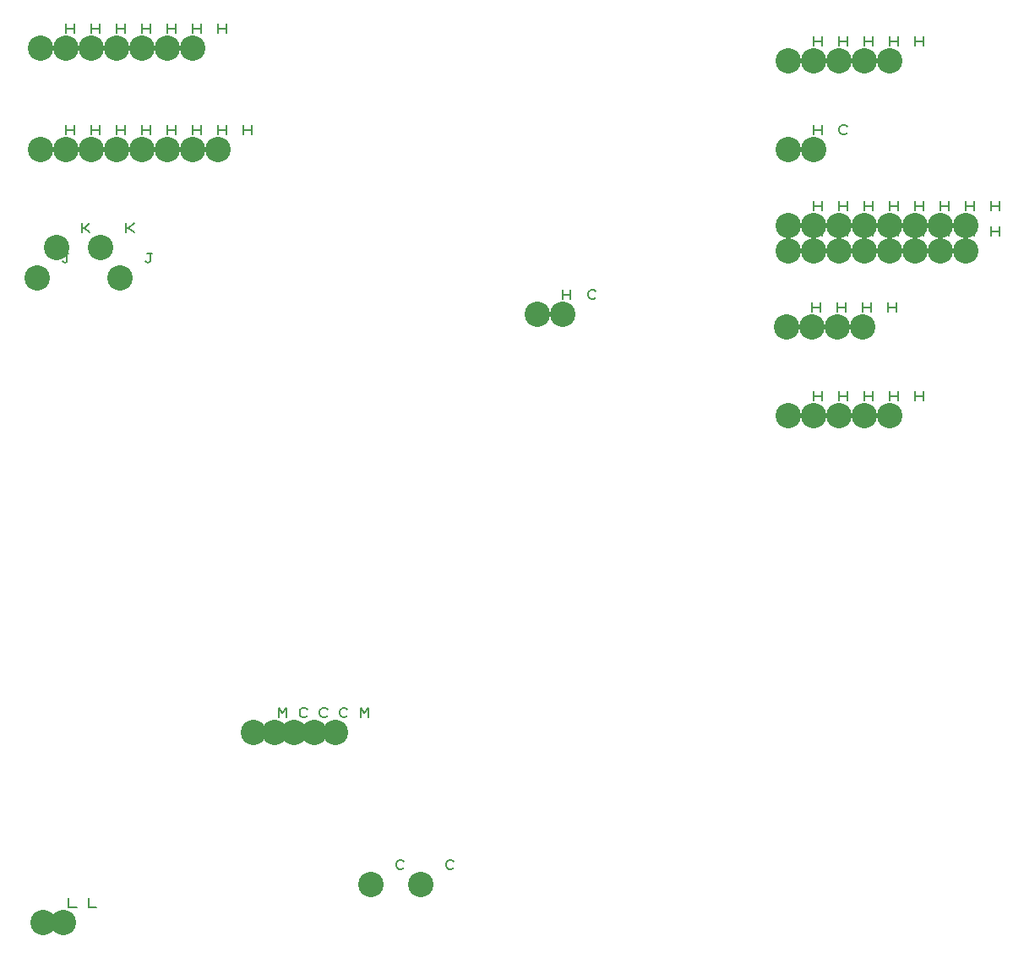
<source format=gbr>
%FSLAX35Y35*%
%MOIN*%
G04 EasyPC Gerber Version 18.0.9 Build 3640 *
%ADD11C,0.00500*%
%ADD10C,0.10000*%
X0Y0D02*
D02*
D10*
X138813Y314719D03*
X140250Y365250D03*
Y405250D03*
X141313Y60250D03*
X146490Y326530D03*
X149187Y60250D03*
X150250Y365250D03*
Y405250D03*
X160250Y365250D03*
Y405250D03*
X164010Y326530D03*
X170250Y365250D03*
Y405250D03*
X171687Y314719D03*
X180250Y365250D03*
Y405250D03*
X190250Y365250D03*
Y405250D03*
X200250Y365250D03*
Y405250D03*
X210250Y365250D03*
X224108Y135250D03*
X232376D03*
X240250D03*
X248124D03*
X256392D03*
X270407Y75250D03*
X290093D03*
X336187Y300250D03*
X346187D03*
X434652Y295250D03*
X435250Y260250D03*
Y325250D03*
Y335250D03*
Y365250D03*
Y400250D03*
X444652Y295250D03*
X445250Y260250D03*
Y325250D03*
Y335250D03*
Y365250D03*
Y400250D03*
X454652Y295250D03*
X455250Y260250D03*
Y325250D03*
Y335250D03*
Y400250D03*
X464652Y295250D03*
X465250Y260250D03*
Y325250D03*
Y335250D03*
Y400250D03*
X475250Y260250D03*
Y325250D03*
Y335250D03*
Y400250D03*
X485250Y325250D03*
Y335250D03*
X495250Y325250D03*
Y335250D03*
X505250Y325250D03*
Y335250D03*
D02*
D11*
X148813Y321281D02*
X149126Y320969D01*
X149750Y320656*
X150376Y320969*
X150688Y321281*
Y324406*
X151313*
X150688D02*
X149438D01*
X150250Y371187D02*
Y374937D01*
Y373063D02*
X153375D01*
Y371187D02*
Y374937D01*
X150250Y411187D02*
Y414937D01*
Y413063D02*
X153375D01*
Y411187D02*
Y414937D01*
X151313Y69937D02*
Y66187D01*
X154438*
X156490Y332467D02*
Y336217D01*
Y334342D02*
X157428D01*
X159615Y336217*
X157428Y334342D02*
X159615Y332467D01*
X159187Y69937D02*
Y66187D01*
X162312*
X160250Y371187D02*
Y374937D01*
Y373063D02*
X163375D01*
Y371187D02*
Y374937D01*
X160250Y411187D02*
Y414937D01*
Y413063D02*
X163375D01*
Y411187D02*
Y414937D01*
X170250Y371187D02*
Y374937D01*
Y373063D02*
X173375D01*
Y371187D02*
Y374937D01*
X170250Y411187D02*
Y414937D01*
Y413063D02*
X173375D01*
Y411187D02*
Y414937D01*
X174010Y332467D02*
Y336217D01*
Y334342D02*
X174947D01*
X177135Y336217*
X174947Y334342D02*
X177135Y332467D01*
X180250Y371187D02*
Y374937D01*
Y373063D02*
X183375D01*
Y371187D02*
Y374937D01*
X180250Y411187D02*
Y414937D01*
Y413063D02*
X183375D01*
Y411187D02*
Y414937D01*
X181687Y321281D02*
X182000Y320969D01*
X182624Y320656*
X183250Y320969*
X183562Y321281*
Y324406*
X184187*
X183562D02*
X182312D01*
X190250Y371187D02*
Y374937D01*
Y373063D02*
X193375D01*
Y371187D02*
Y374937D01*
X190250Y411187D02*
Y414937D01*
Y413063D02*
X193375D01*
Y411187D02*
Y414937D01*
X200250Y371187D02*
Y374937D01*
Y373063D02*
X203375D01*
Y371187D02*
Y374937D01*
X200250Y411187D02*
Y414937D01*
Y413063D02*
X203375D01*
Y411187D02*
Y414937D01*
X210250Y371187D02*
Y374937D01*
Y373063D02*
X213375D01*
Y371187D02*
Y374937D01*
X210250Y411187D02*
Y414937D01*
Y413063D02*
X213375D01*
Y411187D02*
Y414937D01*
X220250Y371187D02*
Y374937D01*
Y373063D02*
X223375D01*
Y371187D02*
Y374937D01*
X234108Y141187D02*
Y144937D01*
X235671Y143063*
X237233Y144937*
Y141187*
X245501Y141813D02*
X245189Y141500D01*
X244563Y141187*
X243626*
X243001Y141500*
X242689Y141813*
X242376Y142437*
Y143687*
X242689Y144313*
X243001Y144625*
X243626Y144937*
X244563*
X245189Y144625*
X245501Y144313*
X253375Y141813D02*
X253063Y141500D01*
X252437Y141187*
X251500*
X250875Y141500*
X250563Y141813*
X250250Y142437*
Y143687*
X250563Y144313*
X250875Y144625*
X251500Y144937*
X252437*
X253063Y144625*
X253375Y144313*
X261249Y141813D02*
X260937Y141500D01*
X260311Y141187*
X259374*
X258749Y141500*
X258437Y141813*
X258124Y142437*
Y143687*
X258437Y144313*
X258749Y144625*
X259374Y144937*
X260311*
X260937Y144625*
X261249Y144313*
X266392Y141187D02*
Y144937D01*
X267954Y143063*
X269517Y144937*
Y141187*
X283533Y81813D02*
X283220Y81500D01*
X282595Y81187*
X281657*
X281033Y81500*
X280720Y81813*
X280407Y82437*
Y83687*
X280720Y84313*
X281033Y84625*
X281657Y84937*
X282595*
X283220Y84625*
X283533Y84313*
X303218Y81813D02*
X302905Y81500D01*
X302280Y81187*
X301343*
X300718Y81500*
X300405Y81813*
X300093Y82437*
Y83687*
X300405Y84313*
X300718Y84625*
X301343Y84937*
X302280*
X302905Y84625*
X303218Y84313*
X346187Y306187D02*
Y309937D01*
Y308063D02*
X349312D01*
Y306187D02*
Y309937D01*
X359312Y306813D02*
X359000Y306500D01*
X358374Y306187*
X357437*
X356812Y306500*
X356500Y306813*
X356187Y307437*
Y308687*
X356500Y309313*
X356812Y309625*
X357437Y309937*
X358374*
X359000Y309625*
X359312Y309313*
X444652Y301187D02*
Y304937D01*
Y303063D02*
X447777D01*
Y301187D02*
Y304937D01*
X445250Y266187D02*
Y269937D01*
Y268063D02*
X448375D01*
Y266187D02*
Y269937D01*
X445250Y331187D02*
Y334937D01*
Y333063D02*
X448375D01*
Y331187D02*
Y334937D01*
X445250Y341187D02*
Y344937D01*
Y343063D02*
X448375D01*
Y341187D02*
Y344937D01*
X445250Y371187D02*
Y374937D01*
Y373063D02*
X448375D01*
Y371187D02*
Y374937D01*
X445250Y406187D02*
Y409937D01*
Y408063D02*
X448375D01*
Y406187D02*
Y409937D01*
X454652Y301187D02*
Y304937D01*
Y303063D02*
X457777D01*
Y301187D02*
Y304937D01*
X455250Y266187D02*
Y269937D01*
Y268063D02*
X458375D01*
Y266187D02*
Y269937D01*
X455250Y331187D02*
Y334937D01*
Y333063D02*
X458375D01*
Y331187D02*
Y334937D01*
X455250Y341187D02*
Y344937D01*
Y343063D02*
X458375D01*
Y341187D02*
Y344937D01*
Y371813D02*
X458063Y371500D01*
X457437Y371187*
X456500*
X455875Y371500*
X455563Y371813*
X455250Y372437*
Y373687*
X455563Y374313*
X455875Y374625*
X456500Y374937*
X457437*
X458063Y374625*
X458375Y374313*
X455250Y406187D02*
Y409937D01*
Y408063D02*
X458375D01*
Y406187D02*
Y409937D01*
X464652Y301187D02*
Y304937D01*
Y303063D02*
X467777D01*
Y301187D02*
Y304937D01*
X465250Y266187D02*
Y269937D01*
Y268063D02*
X468375D01*
Y266187D02*
Y269937D01*
X465250Y331187D02*
Y334937D01*
Y333063D02*
X468375D01*
Y331187D02*
Y334937D01*
X465250Y341187D02*
Y344937D01*
Y343063D02*
X468375D01*
Y341187D02*
Y344937D01*
X465250Y406187D02*
Y409937D01*
Y408063D02*
X468375D01*
Y406187D02*
Y409937D01*
X474652Y301187D02*
Y304937D01*
Y303063D02*
X477777D01*
Y301187D02*
Y304937D01*
X475250Y266187D02*
Y269937D01*
Y268063D02*
X478375D01*
Y266187D02*
Y269937D01*
X475250Y331187D02*
Y334937D01*
Y333063D02*
X478375D01*
Y331187D02*
Y334937D01*
X475250Y341187D02*
Y344937D01*
Y343063D02*
X478375D01*
Y341187D02*
Y344937D01*
X475250Y406187D02*
Y409937D01*
Y408063D02*
X478375D01*
Y406187D02*
Y409937D01*
X485250Y266187D02*
Y269937D01*
Y268063D02*
X488375D01*
Y266187D02*
Y269937D01*
X485250Y331187D02*
Y334937D01*
Y333063D02*
X488375D01*
Y331187D02*
Y334937D01*
X485250Y341187D02*
Y344937D01*
Y343063D02*
X488375D01*
Y341187D02*
Y344937D01*
X485250Y406187D02*
Y409937D01*
Y408063D02*
X488375D01*
Y406187D02*
Y409937D01*
X495250Y331187D02*
Y334937D01*
Y333063D02*
X498375D01*
Y331187D02*
Y334937D01*
X495250Y341187D02*
Y344937D01*
Y343063D02*
X498375D01*
Y341187D02*
Y344937D01*
X505250Y331187D02*
Y334937D01*
Y333063D02*
X508375D01*
Y331187D02*
Y334937D01*
X505250Y341187D02*
Y344937D01*
Y343063D02*
X508375D01*
Y341187D02*
Y344937D01*
X515250Y331187D02*
Y334937D01*
Y333063D02*
X518375D01*
Y331187D02*
Y334937D01*
X515250Y341187D02*
Y344937D01*
Y343063D02*
X518375D01*
Y341187D02*
Y344937D01*
X0Y0D02*
M02*

</source>
